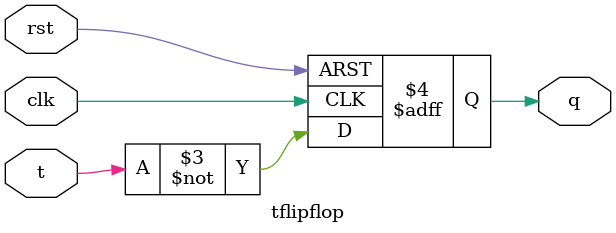
<source format=v>
`timescale 1ns / 1ps


module tflipflop(
    input t,
    input clk,
    input rst,
    output reg q
    );

 always @(posedge clk or  negedge rst)
    begin
        if (!rst)
            begin
            q <= 0;
            end
        else
            begin
            q <= ~t;
            end
    end

endmodule

</source>
